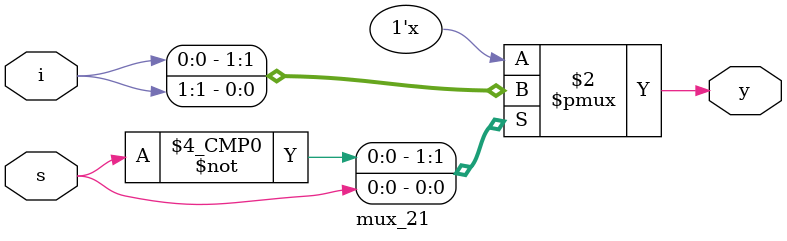
<source format=v>
module mux_21(y,i,s);
input[1:0]i;
input s;
output reg y;
always @ (s or i)
begin
case({s})
2'b0:y=i[0];
2'b1:y=i[1];
endcase
end
endmodule

</source>
